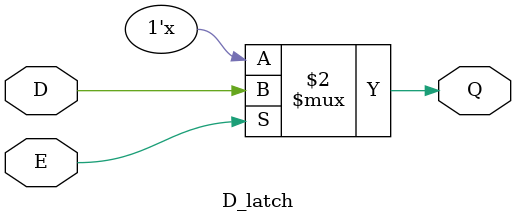
<source format=v>
module D_latch(D, E, Q);
    input D, E;
    output reg Q;

    always @(*) begin
        if (E)
            Q <= D;
    end
endmodule

</source>
